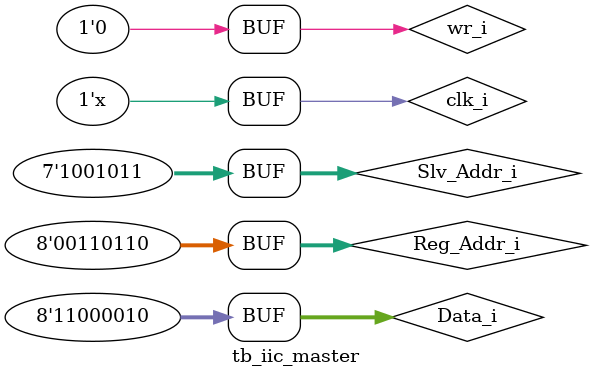
<source format=v>
`timescale 1ns / 1ps
module tb_iic_master;
//inputs
reg clk_i;


reg [6:0]Slv_Addr_i;
reg [7:0]Reg_Addr_i;
reg [7:0]Data_i;

reg wr_i;

//outputs
wire scl;
wire [7:0]IIC_Read_Data;
wire sda;
wire oled_pclk_o;
wire oled_rst_o;

//时钟激励
initial clk_i=0;
always #10 clk_i=~clk_i;

//输入地址和数据
initial begin
    Slv_Addr_i=7'b1001011;
    Reg_Addr_i=8'b00110110;
    Data_i=8'b11000010;
end

//IIC开始
initial begin
    #40;
    wr_i=0;
end

iic_master uut(
    .clk_i(clk_i),

    .Slv_Addr_i(Slv_Addr_i),
    .Reg_Addr_i(Reg_Addr_i),
    .Data_i(Data_i),

    .wr_i(wr_i),

    .scl(scl),
    .IIC_Read_Data(IIC_Read_Data),
    .sda(sda),
    .oled_pclk_o(oled_pclk_o),
    .oled_rst_o(oled_rst_o)
);
endmodule
</source>
